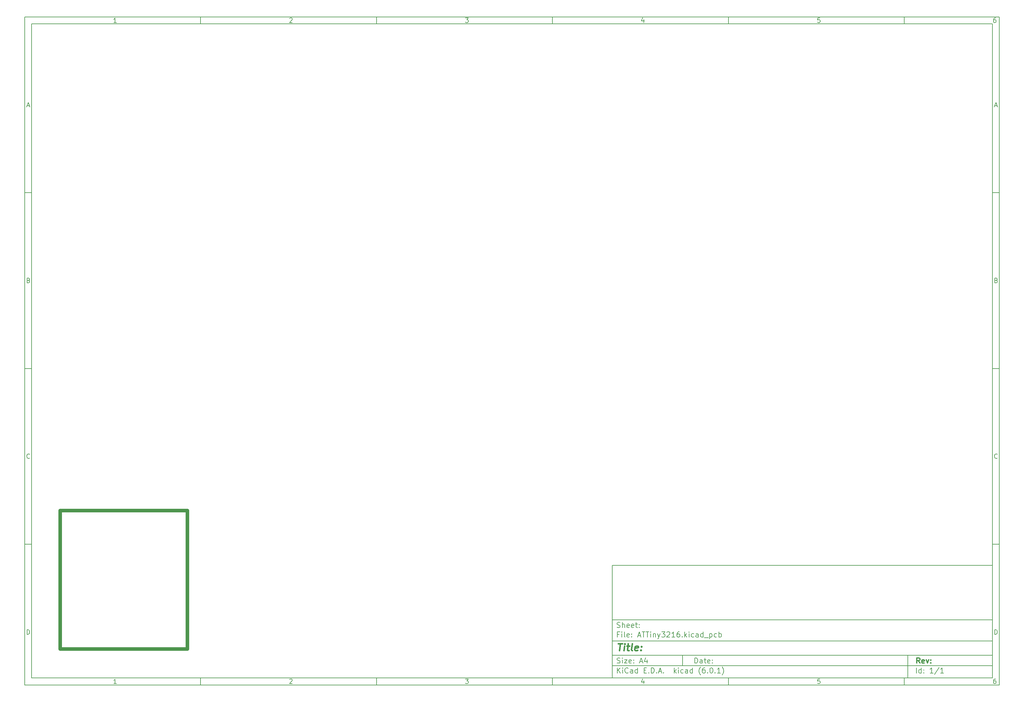
<source format=gbr>
G04 #@! TF.GenerationSoftware,KiCad,Pcbnew,(6.0.1)*
G04 #@! TF.CreationDate,2022-02-14T12:17:54+02:00*
G04 #@! TF.ProjectId,ATTiny3216,41545469-6e79-4333-9231-362e6b696361,rev?*
G04 #@! TF.SameCoordinates,Original*
G04 #@! TF.FileFunction,Profile,NP*
%FSLAX46Y46*%
G04 Gerber Fmt 4.6, Leading zero omitted, Abs format (unit mm)*
G04 Created by KiCad (PCBNEW (6.0.1)) date 2022-02-14 12:17:54*
%MOMM*%
%LPD*%
G01*
G04 APERTURE LIST*
%ADD10C,0.100000*%
%ADD11C,0.150000*%
%ADD12C,0.300000*%
%ADD13C,0.400000*%
G04 #@! TA.AperFunction,Profile*
%ADD14C,1.000000*%
G04 #@! TD*
G04 APERTURE END LIST*
D10*
D11*
X177002200Y-166007200D02*
X177002200Y-198007200D01*
X285002200Y-198007200D01*
X285002200Y-166007200D01*
X177002200Y-166007200D01*
D10*
D11*
X10000000Y-10000000D02*
X10000000Y-200007200D01*
X287002200Y-200007200D01*
X287002200Y-10000000D01*
X10000000Y-10000000D01*
D10*
D11*
X12000000Y-12000000D02*
X12000000Y-198007200D01*
X285002200Y-198007200D01*
X285002200Y-12000000D01*
X12000000Y-12000000D01*
D10*
D11*
X60000000Y-12000000D02*
X60000000Y-10000000D01*
D10*
D11*
X110000000Y-12000000D02*
X110000000Y-10000000D01*
D10*
D11*
X160000000Y-12000000D02*
X160000000Y-10000000D01*
D10*
D11*
X210000000Y-12000000D02*
X210000000Y-10000000D01*
D10*
D11*
X260000000Y-12000000D02*
X260000000Y-10000000D01*
D10*
D11*
X36065476Y-11588095D02*
X35322619Y-11588095D01*
X35694047Y-11588095D02*
X35694047Y-10288095D01*
X35570238Y-10473809D01*
X35446428Y-10597619D01*
X35322619Y-10659523D01*
D10*
D11*
X85322619Y-10411904D02*
X85384523Y-10350000D01*
X85508333Y-10288095D01*
X85817857Y-10288095D01*
X85941666Y-10350000D01*
X86003571Y-10411904D01*
X86065476Y-10535714D01*
X86065476Y-10659523D01*
X86003571Y-10845238D01*
X85260714Y-11588095D01*
X86065476Y-11588095D01*
D10*
D11*
X135260714Y-10288095D02*
X136065476Y-10288095D01*
X135632142Y-10783333D01*
X135817857Y-10783333D01*
X135941666Y-10845238D01*
X136003571Y-10907142D01*
X136065476Y-11030952D01*
X136065476Y-11340476D01*
X136003571Y-11464285D01*
X135941666Y-11526190D01*
X135817857Y-11588095D01*
X135446428Y-11588095D01*
X135322619Y-11526190D01*
X135260714Y-11464285D01*
D10*
D11*
X185941666Y-10721428D02*
X185941666Y-11588095D01*
X185632142Y-10226190D02*
X185322619Y-11154761D01*
X186127380Y-11154761D01*
D10*
D11*
X236003571Y-10288095D02*
X235384523Y-10288095D01*
X235322619Y-10907142D01*
X235384523Y-10845238D01*
X235508333Y-10783333D01*
X235817857Y-10783333D01*
X235941666Y-10845238D01*
X236003571Y-10907142D01*
X236065476Y-11030952D01*
X236065476Y-11340476D01*
X236003571Y-11464285D01*
X235941666Y-11526190D01*
X235817857Y-11588095D01*
X235508333Y-11588095D01*
X235384523Y-11526190D01*
X235322619Y-11464285D01*
D10*
D11*
X285941666Y-10288095D02*
X285694047Y-10288095D01*
X285570238Y-10350000D01*
X285508333Y-10411904D01*
X285384523Y-10597619D01*
X285322619Y-10845238D01*
X285322619Y-11340476D01*
X285384523Y-11464285D01*
X285446428Y-11526190D01*
X285570238Y-11588095D01*
X285817857Y-11588095D01*
X285941666Y-11526190D01*
X286003571Y-11464285D01*
X286065476Y-11340476D01*
X286065476Y-11030952D01*
X286003571Y-10907142D01*
X285941666Y-10845238D01*
X285817857Y-10783333D01*
X285570238Y-10783333D01*
X285446428Y-10845238D01*
X285384523Y-10907142D01*
X285322619Y-11030952D01*
D10*
D11*
X60000000Y-198007200D02*
X60000000Y-200007200D01*
D10*
D11*
X110000000Y-198007200D02*
X110000000Y-200007200D01*
D10*
D11*
X160000000Y-198007200D02*
X160000000Y-200007200D01*
D10*
D11*
X210000000Y-198007200D02*
X210000000Y-200007200D01*
D10*
D11*
X260000000Y-198007200D02*
X260000000Y-200007200D01*
D10*
D11*
X36065476Y-199595295D02*
X35322619Y-199595295D01*
X35694047Y-199595295D02*
X35694047Y-198295295D01*
X35570238Y-198481009D01*
X35446428Y-198604819D01*
X35322619Y-198666723D01*
D10*
D11*
X85322619Y-198419104D02*
X85384523Y-198357200D01*
X85508333Y-198295295D01*
X85817857Y-198295295D01*
X85941666Y-198357200D01*
X86003571Y-198419104D01*
X86065476Y-198542914D01*
X86065476Y-198666723D01*
X86003571Y-198852438D01*
X85260714Y-199595295D01*
X86065476Y-199595295D01*
D10*
D11*
X135260714Y-198295295D02*
X136065476Y-198295295D01*
X135632142Y-198790533D01*
X135817857Y-198790533D01*
X135941666Y-198852438D01*
X136003571Y-198914342D01*
X136065476Y-199038152D01*
X136065476Y-199347676D01*
X136003571Y-199471485D01*
X135941666Y-199533390D01*
X135817857Y-199595295D01*
X135446428Y-199595295D01*
X135322619Y-199533390D01*
X135260714Y-199471485D01*
D10*
D11*
X185941666Y-198728628D02*
X185941666Y-199595295D01*
X185632142Y-198233390D02*
X185322619Y-199161961D01*
X186127380Y-199161961D01*
D10*
D11*
X236003571Y-198295295D02*
X235384523Y-198295295D01*
X235322619Y-198914342D01*
X235384523Y-198852438D01*
X235508333Y-198790533D01*
X235817857Y-198790533D01*
X235941666Y-198852438D01*
X236003571Y-198914342D01*
X236065476Y-199038152D01*
X236065476Y-199347676D01*
X236003571Y-199471485D01*
X235941666Y-199533390D01*
X235817857Y-199595295D01*
X235508333Y-199595295D01*
X235384523Y-199533390D01*
X235322619Y-199471485D01*
D10*
D11*
X285941666Y-198295295D02*
X285694047Y-198295295D01*
X285570238Y-198357200D01*
X285508333Y-198419104D01*
X285384523Y-198604819D01*
X285322619Y-198852438D01*
X285322619Y-199347676D01*
X285384523Y-199471485D01*
X285446428Y-199533390D01*
X285570238Y-199595295D01*
X285817857Y-199595295D01*
X285941666Y-199533390D01*
X286003571Y-199471485D01*
X286065476Y-199347676D01*
X286065476Y-199038152D01*
X286003571Y-198914342D01*
X285941666Y-198852438D01*
X285817857Y-198790533D01*
X285570238Y-198790533D01*
X285446428Y-198852438D01*
X285384523Y-198914342D01*
X285322619Y-199038152D01*
D10*
D11*
X10000000Y-60000000D02*
X12000000Y-60000000D01*
D10*
D11*
X10000000Y-110000000D02*
X12000000Y-110000000D01*
D10*
D11*
X10000000Y-160000000D02*
X12000000Y-160000000D01*
D10*
D11*
X10690476Y-35216666D02*
X11309523Y-35216666D01*
X10566666Y-35588095D02*
X11000000Y-34288095D01*
X11433333Y-35588095D01*
D10*
D11*
X11092857Y-84907142D02*
X11278571Y-84969047D01*
X11340476Y-85030952D01*
X11402380Y-85154761D01*
X11402380Y-85340476D01*
X11340476Y-85464285D01*
X11278571Y-85526190D01*
X11154761Y-85588095D01*
X10659523Y-85588095D01*
X10659523Y-84288095D01*
X11092857Y-84288095D01*
X11216666Y-84350000D01*
X11278571Y-84411904D01*
X11340476Y-84535714D01*
X11340476Y-84659523D01*
X11278571Y-84783333D01*
X11216666Y-84845238D01*
X11092857Y-84907142D01*
X10659523Y-84907142D01*
D10*
D11*
X11402380Y-135464285D02*
X11340476Y-135526190D01*
X11154761Y-135588095D01*
X11030952Y-135588095D01*
X10845238Y-135526190D01*
X10721428Y-135402380D01*
X10659523Y-135278571D01*
X10597619Y-135030952D01*
X10597619Y-134845238D01*
X10659523Y-134597619D01*
X10721428Y-134473809D01*
X10845238Y-134350000D01*
X11030952Y-134288095D01*
X11154761Y-134288095D01*
X11340476Y-134350000D01*
X11402380Y-134411904D01*
D10*
D11*
X10659523Y-185588095D02*
X10659523Y-184288095D01*
X10969047Y-184288095D01*
X11154761Y-184350000D01*
X11278571Y-184473809D01*
X11340476Y-184597619D01*
X11402380Y-184845238D01*
X11402380Y-185030952D01*
X11340476Y-185278571D01*
X11278571Y-185402380D01*
X11154761Y-185526190D01*
X10969047Y-185588095D01*
X10659523Y-185588095D01*
D10*
D11*
X287002200Y-60000000D02*
X285002200Y-60000000D01*
D10*
D11*
X287002200Y-110000000D02*
X285002200Y-110000000D01*
D10*
D11*
X287002200Y-160000000D02*
X285002200Y-160000000D01*
D10*
D11*
X285692676Y-35216666D02*
X286311723Y-35216666D01*
X285568866Y-35588095D02*
X286002200Y-34288095D01*
X286435533Y-35588095D01*
D10*
D11*
X286095057Y-84907142D02*
X286280771Y-84969047D01*
X286342676Y-85030952D01*
X286404580Y-85154761D01*
X286404580Y-85340476D01*
X286342676Y-85464285D01*
X286280771Y-85526190D01*
X286156961Y-85588095D01*
X285661723Y-85588095D01*
X285661723Y-84288095D01*
X286095057Y-84288095D01*
X286218866Y-84350000D01*
X286280771Y-84411904D01*
X286342676Y-84535714D01*
X286342676Y-84659523D01*
X286280771Y-84783333D01*
X286218866Y-84845238D01*
X286095057Y-84907142D01*
X285661723Y-84907142D01*
D10*
D11*
X286404580Y-135464285D02*
X286342676Y-135526190D01*
X286156961Y-135588095D01*
X286033152Y-135588095D01*
X285847438Y-135526190D01*
X285723628Y-135402380D01*
X285661723Y-135278571D01*
X285599819Y-135030952D01*
X285599819Y-134845238D01*
X285661723Y-134597619D01*
X285723628Y-134473809D01*
X285847438Y-134350000D01*
X286033152Y-134288095D01*
X286156961Y-134288095D01*
X286342676Y-134350000D01*
X286404580Y-134411904D01*
D10*
D11*
X285661723Y-185588095D02*
X285661723Y-184288095D01*
X285971247Y-184288095D01*
X286156961Y-184350000D01*
X286280771Y-184473809D01*
X286342676Y-184597619D01*
X286404580Y-184845238D01*
X286404580Y-185030952D01*
X286342676Y-185278571D01*
X286280771Y-185402380D01*
X286156961Y-185526190D01*
X285971247Y-185588095D01*
X285661723Y-185588095D01*
D10*
D11*
X200434342Y-193785771D02*
X200434342Y-192285771D01*
X200791485Y-192285771D01*
X201005771Y-192357200D01*
X201148628Y-192500057D01*
X201220057Y-192642914D01*
X201291485Y-192928628D01*
X201291485Y-193142914D01*
X201220057Y-193428628D01*
X201148628Y-193571485D01*
X201005771Y-193714342D01*
X200791485Y-193785771D01*
X200434342Y-193785771D01*
X202577200Y-193785771D02*
X202577200Y-193000057D01*
X202505771Y-192857200D01*
X202362914Y-192785771D01*
X202077200Y-192785771D01*
X201934342Y-192857200D01*
X202577200Y-193714342D02*
X202434342Y-193785771D01*
X202077200Y-193785771D01*
X201934342Y-193714342D01*
X201862914Y-193571485D01*
X201862914Y-193428628D01*
X201934342Y-193285771D01*
X202077200Y-193214342D01*
X202434342Y-193214342D01*
X202577200Y-193142914D01*
X203077200Y-192785771D02*
X203648628Y-192785771D01*
X203291485Y-192285771D02*
X203291485Y-193571485D01*
X203362914Y-193714342D01*
X203505771Y-193785771D01*
X203648628Y-193785771D01*
X204720057Y-193714342D02*
X204577200Y-193785771D01*
X204291485Y-193785771D01*
X204148628Y-193714342D01*
X204077200Y-193571485D01*
X204077200Y-193000057D01*
X204148628Y-192857200D01*
X204291485Y-192785771D01*
X204577200Y-192785771D01*
X204720057Y-192857200D01*
X204791485Y-193000057D01*
X204791485Y-193142914D01*
X204077200Y-193285771D01*
X205434342Y-193642914D02*
X205505771Y-193714342D01*
X205434342Y-193785771D01*
X205362914Y-193714342D01*
X205434342Y-193642914D01*
X205434342Y-193785771D01*
X205434342Y-192857200D02*
X205505771Y-192928628D01*
X205434342Y-193000057D01*
X205362914Y-192928628D01*
X205434342Y-192857200D01*
X205434342Y-193000057D01*
D10*
D11*
X177002200Y-194507200D02*
X285002200Y-194507200D01*
D10*
D11*
X178434342Y-196585771D02*
X178434342Y-195085771D01*
X179291485Y-196585771D02*
X178648628Y-195728628D01*
X179291485Y-195085771D02*
X178434342Y-195942914D01*
X179934342Y-196585771D02*
X179934342Y-195585771D01*
X179934342Y-195085771D02*
X179862914Y-195157200D01*
X179934342Y-195228628D01*
X180005771Y-195157200D01*
X179934342Y-195085771D01*
X179934342Y-195228628D01*
X181505771Y-196442914D02*
X181434342Y-196514342D01*
X181220057Y-196585771D01*
X181077200Y-196585771D01*
X180862914Y-196514342D01*
X180720057Y-196371485D01*
X180648628Y-196228628D01*
X180577200Y-195942914D01*
X180577200Y-195728628D01*
X180648628Y-195442914D01*
X180720057Y-195300057D01*
X180862914Y-195157200D01*
X181077200Y-195085771D01*
X181220057Y-195085771D01*
X181434342Y-195157200D01*
X181505771Y-195228628D01*
X182791485Y-196585771D02*
X182791485Y-195800057D01*
X182720057Y-195657200D01*
X182577200Y-195585771D01*
X182291485Y-195585771D01*
X182148628Y-195657200D01*
X182791485Y-196514342D02*
X182648628Y-196585771D01*
X182291485Y-196585771D01*
X182148628Y-196514342D01*
X182077200Y-196371485D01*
X182077200Y-196228628D01*
X182148628Y-196085771D01*
X182291485Y-196014342D01*
X182648628Y-196014342D01*
X182791485Y-195942914D01*
X184148628Y-196585771D02*
X184148628Y-195085771D01*
X184148628Y-196514342D02*
X184005771Y-196585771D01*
X183720057Y-196585771D01*
X183577200Y-196514342D01*
X183505771Y-196442914D01*
X183434342Y-196300057D01*
X183434342Y-195871485D01*
X183505771Y-195728628D01*
X183577200Y-195657200D01*
X183720057Y-195585771D01*
X184005771Y-195585771D01*
X184148628Y-195657200D01*
X186005771Y-195800057D02*
X186505771Y-195800057D01*
X186720057Y-196585771D02*
X186005771Y-196585771D01*
X186005771Y-195085771D01*
X186720057Y-195085771D01*
X187362914Y-196442914D02*
X187434342Y-196514342D01*
X187362914Y-196585771D01*
X187291485Y-196514342D01*
X187362914Y-196442914D01*
X187362914Y-196585771D01*
X188077200Y-196585771D02*
X188077200Y-195085771D01*
X188434342Y-195085771D01*
X188648628Y-195157200D01*
X188791485Y-195300057D01*
X188862914Y-195442914D01*
X188934342Y-195728628D01*
X188934342Y-195942914D01*
X188862914Y-196228628D01*
X188791485Y-196371485D01*
X188648628Y-196514342D01*
X188434342Y-196585771D01*
X188077200Y-196585771D01*
X189577200Y-196442914D02*
X189648628Y-196514342D01*
X189577200Y-196585771D01*
X189505771Y-196514342D01*
X189577200Y-196442914D01*
X189577200Y-196585771D01*
X190220057Y-196157200D02*
X190934342Y-196157200D01*
X190077200Y-196585771D02*
X190577200Y-195085771D01*
X191077200Y-196585771D01*
X191577200Y-196442914D02*
X191648628Y-196514342D01*
X191577200Y-196585771D01*
X191505771Y-196514342D01*
X191577200Y-196442914D01*
X191577200Y-196585771D01*
X194577200Y-196585771D02*
X194577200Y-195085771D01*
X194720057Y-196014342D02*
X195148628Y-196585771D01*
X195148628Y-195585771D02*
X194577200Y-196157200D01*
X195791485Y-196585771D02*
X195791485Y-195585771D01*
X195791485Y-195085771D02*
X195720057Y-195157200D01*
X195791485Y-195228628D01*
X195862914Y-195157200D01*
X195791485Y-195085771D01*
X195791485Y-195228628D01*
X197148628Y-196514342D02*
X197005771Y-196585771D01*
X196720057Y-196585771D01*
X196577200Y-196514342D01*
X196505771Y-196442914D01*
X196434342Y-196300057D01*
X196434342Y-195871485D01*
X196505771Y-195728628D01*
X196577200Y-195657200D01*
X196720057Y-195585771D01*
X197005771Y-195585771D01*
X197148628Y-195657200D01*
X198434342Y-196585771D02*
X198434342Y-195800057D01*
X198362914Y-195657200D01*
X198220057Y-195585771D01*
X197934342Y-195585771D01*
X197791485Y-195657200D01*
X198434342Y-196514342D02*
X198291485Y-196585771D01*
X197934342Y-196585771D01*
X197791485Y-196514342D01*
X197720057Y-196371485D01*
X197720057Y-196228628D01*
X197791485Y-196085771D01*
X197934342Y-196014342D01*
X198291485Y-196014342D01*
X198434342Y-195942914D01*
X199791485Y-196585771D02*
X199791485Y-195085771D01*
X199791485Y-196514342D02*
X199648628Y-196585771D01*
X199362914Y-196585771D01*
X199220057Y-196514342D01*
X199148628Y-196442914D01*
X199077200Y-196300057D01*
X199077200Y-195871485D01*
X199148628Y-195728628D01*
X199220057Y-195657200D01*
X199362914Y-195585771D01*
X199648628Y-195585771D01*
X199791485Y-195657200D01*
X202077200Y-197157200D02*
X202005771Y-197085771D01*
X201862914Y-196871485D01*
X201791485Y-196728628D01*
X201720057Y-196514342D01*
X201648628Y-196157200D01*
X201648628Y-195871485D01*
X201720057Y-195514342D01*
X201791485Y-195300057D01*
X201862914Y-195157200D01*
X202005771Y-194942914D01*
X202077200Y-194871485D01*
X203291485Y-195085771D02*
X203005771Y-195085771D01*
X202862914Y-195157200D01*
X202791485Y-195228628D01*
X202648628Y-195442914D01*
X202577200Y-195728628D01*
X202577200Y-196300057D01*
X202648628Y-196442914D01*
X202720057Y-196514342D01*
X202862914Y-196585771D01*
X203148628Y-196585771D01*
X203291485Y-196514342D01*
X203362914Y-196442914D01*
X203434342Y-196300057D01*
X203434342Y-195942914D01*
X203362914Y-195800057D01*
X203291485Y-195728628D01*
X203148628Y-195657200D01*
X202862914Y-195657200D01*
X202720057Y-195728628D01*
X202648628Y-195800057D01*
X202577200Y-195942914D01*
X204077200Y-196442914D02*
X204148628Y-196514342D01*
X204077200Y-196585771D01*
X204005771Y-196514342D01*
X204077200Y-196442914D01*
X204077200Y-196585771D01*
X205077200Y-195085771D02*
X205220057Y-195085771D01*
X205362914Y-195157200D01*
X205434342Y-195228628D01*
X205505771Y-195371485D01*
X205577200Y-195657200D01*
X205577200Y-196014342D01*
X205505771Y-196300057D01*
X205434342Y-196442914D01*
X205362914Y-196514342D01*
X205220057Y-196585771D01*
X205077200Y-196585771D01*
X204934342Y-196514342D01*
X204862914Y-196442914D01*
X204791485Y-196300057D01*
X204720057Y-196014342D01*
X204720057Y-195657200D01*
X204791485Y-195371485D01*
X204862914Y-195228628D01*
X204934342Y-195157200D01*
X205077200Y-195085771D01*
X206220057Y-196442914D02*
X206291485Y-196514342D01*
X206220057Y-196585771D01*
X206148628Y-196514342D01*
X206220057Y-196442914D01*
X206220057Y-196585771D01*
X207720057Y-196585771D02*
X206862914Y-196585771D01*
X207291485Y-196585771D02*
X207291485Y-195085771D01*
X207148628Y-195300057D01*
X207005771Y-195442914D01*
X206862914Y-195514342D01*
X208220057Y-197157200D02*
X208291485Y-197085771D01*
X208434342Y-196871485D01*
X208505771Y-196728628D01*
X208577200Y-196514342D01*
X208648628Y-196157200D01*
X208648628Y-195871485D01*
X208577200Y-195514342D01*
X208505771Y-195300057D01*
X208434342Y-195157200D01*
X208291485Y-194942914D01*
X208220057Y-194871485D01*
D10*
D11*
X177002200Y-191507200D02*
X285002200Y-191507200D01*
D10*
D12*
X264411485Y-193785771D02*
X263911485Y-193071485D01*
X263554342Y-193785771D02*
X263554342Y-192285771D01*
X264125771Y-192285771D01*
X264268628Y-192357200D01*
X264340057Y-192428628D01*
X264411485Y-192571485D01*
X264411485Y-192785771D01*
X264340057Y-192928628D01*
X264268628Y-193000057D01*
X264125771Y-193071485D01*
X263554342Y-193071485D01*
X265625771Y-193714342D02*
X265482914Y-193785771D01*
X265197200Y-193785771D01*
X265054342Y-193714342D01*
X264982914Y-193571485D01*
X264982914Y-193000057D01*
X265054342Y-192857200D01*
X265197200Y-192785771D01*
X265482914Y-192785771D01*
X265625771Y-192857200D01*
X265697200Y-193000057D01*
X265697200Y-193142914D01*
X264982914Y-193285771D01*
X266197200Y-192785771D02*
X266554342Y-193785771D01*
X266911485Y-192785771D01*
X267482914Y-193642914D02*
X267554342Y-193714342D01*
X267482914Y-193785771D01*
X267411485Y-193714342D01*
X267482914Y-193642914D01*
X267482914Y-193785771D01*
X267482914Y-192857200D02*
X267554342Y-192928628D01*
X267482914Y-193000057D01*
X267411485Y-192928628D01*
X267482914Y-192857200D01*
X267482914Y-193000057D01*
D10*
D11*
X178362914Y-193714342D02*
X178577200Y-193785771D01*
X178934342Y-193785771D01*
X179077200Y-193714342D01*
X179148628Y-193642914D01*
X179220057Y-193500057D01*
X179220057Y-193357200D01*
X179148628Y-193214342D01*
X179077200Y-193142914D01*
X178934342Y-193071485D01*
X178648628Y-193000057D01*
X178505771Y-192928628D01*
X178434342Y-192857200D01*
X178362914Y-192714342D01*
X178362914Y-192571485D01*
X178434342Y-192428628D01*
X178505771Y-192357200D01*
X178648628Y-192285771D01*
X179005771Y-192285771D01*
X179220057Y-192357200D01*
X179862914Y-193785771D02*
X179862914Y-192785771D01*
X179862914Y-192285771D02*
X179791485Y-192357200D01*
X179862914Y-192428628D01*
X179934342Y-192357200D01*
X179862914Y-192285771D01*
X179862914Y-192428628D01*
X180434342Y-192785771D02*
X181220057Y-192785771D01*
X180434342Y-193785771D01*
X181220057Y-193785771D01*
X182362914Y-193714342D02*
X182220057Y-193785771D01*
X181934342Y-193785771D01*
X181791485Y-193714342D01*
X181720057Y-193571485D01*
X181720057Y-193000057D01*
X181791485Y-192857200D01*
X181934342Y-192785771D01*
X182220057Y-192785771D01*
X182362914Y-192857200D01*
X182434342Y-193000057D01*
X182434342Y-193142914D01*
X181720057Y-193285771D01*
X183077200Y-193642914D02*
X183148628Y-193714342D01*
X183077200Y-193785771D01*
X183005771Y-193714342D01*
X183077200Y-193642914D01*
X183077200Y-193785771D01*
X183077200Y-192857200D02*
X183148628Y-192928628D01*
X183077200Y-193000057D01*
X183005771Y-192928628D01*
X183077200Y-192857200D01*
X183077200Y-193000057D01*
X184862914Y-193357200D02*
X185577200Y-193357200D01*
X184720057Y-193785771D02*
X185220057Y-192285771D01*
X185720057Y-193785771D01*
X186862914Y-192785771D02*
X186862914Y-193785771D01*
X186505771Y-192214342D02*
X186148628Y-193285771D01*
X187077200Y-193285771D01*
D10*
D11*
X263434342Y-196585771D02*
X263434342Y-195085771D01*
X264791485Y-196585771D02*
X264791485Y-195085771D01*
X264791485Y-196514342D02*
X264648628Y-196585771D01*
X264362914Y-196585771D01*
X264220057Y-196514342D01*
X264148628Y-196442914D01*
X264077200Y-196300057D01*
X264077200Y-195871485D01*
X264148628Y-195728628D01*
X264220057Y-195657200D01*
X264362914Y-195585771D01*
X264648628Y-195585771D01*
X264791485Y-195657200D01*
X265505771Y-196442914D02*
X265577200Y-196514342D01*
X265505771Y-196585771D01*
X265434342Y-196514342D01*
X265505771Y-196442914D01*
X265505771Y-196585771D01*
X265505771Y-195657200D02*
X265577200Y-195728628D01*
X265505771Y-195800057D01*
X265434342Y-195728628D01*
X265505771Y-195657200D01*
X265505771Y-195800057D01*
X268148628Y-196585771D02*
X267291485Y-196585771D01*
X267720057Y-196585771D02*
X267720057Y-195085771D01*
X267577200Y-195300057D01*
X267434342Y-195442914D01*
X267291485Y-195514342D01*
X269862914Y-195014342D02*
X268577200Y-196942914D01*
X271148628Y-196585771D02*
X270291485Y-196585771D01*
X270720057Y-196585771D02*
X270720057Y-195085771D01*
X270577200Y-195300057D01*
X270434342Y-195442914D01*
X270291485Y-195514342D01*
D10*
D11*
X177002200Y-187507200D02*
X285002200Y-187507200D01*
D10*
D13*
X178714580Y-188211961D02*
X179857438Y-188211961D01*
X179036009Y-190211961D02*
X179286009Y-188211961D01*
X180274104Y-190211961D02*
X180440771Y-188878628D01*
X180524104Y-188211961D02*
X180416961Y-188307200D01*
X180500295Y-188402438D01*
X180607438Y-188307200D01*
X180524104Y-188211961D01*
X180500295Y-188402438D01*
X181107438Y-188878628D02*
X181869342Y-188878628D01*
X181476485Y-188211961D02*
X181262200Y-189926247D01*
X181333628Y-190116723D01*
X181512200Y-190211961D01*
X181702676Y-190211961D01*
X182655057Y-190211961D02*
X182476485Y-190116723D01*
X182405057Y-189926247D01*
X182619342Y-188211961D01*
X184190771Y-190116723D02*
X183988390Y-190211961D01*
X183607438Y-190211961D01*
X183428866Y-190116723D01*
X183357438Y-189926247D01*
X183452676Y-189164342D01*
X183571723Y-188973866D01*
X183774104Y-188878628D01*
X184155057Y-188878628D01*
X184333628Y-188973866D01*
X184405057Y-189164342D01*
X184381247Y-189354819D01*
X183405057Y-189545295D01*
X185155057Y-190021485D02*
X185238390Y-190116723D01*
X185131247Y-190211961D01*
X185047914Y-190116723D01*
X185155057Y-190021485D01*
X185131247Y-190211961D01*
X185286009Y-188973866D02*
X185369342Y-189069104D01*
X185262200Y-189164342D01*
X185178866Y-189069104D01*
X185286009Y-188973866D01*
X185262200Y-189164342D01*
D10*
D11*
X178934342Y-185600057D02*
X178434342Y-185600057D01*
X178434342Y-186385771D02*
X178434342Y-184885771D01*
X179148628Y-184885771D01*
X179720057Y-186385771D02*
X179720057Y-185385771D01*
X179720057Y-184885771D02*
X179648628Y-184957200D01*
X179720057Y-185028628D01*
X179791485Y-184957200D01*
X179720057Y-184885771D01*
X179720057Y-185028628D01*
X180648628Y-186385771D02*
X180505771Y-186314342D01*
X180434342Y-186171485D01*
X180434342Y-184885771D01*
X181791485Y-186314342D02*
X181648628Y-186385771D01*
X181362914Y-186385771D01*
X181220057Y-186314342D01*
X181148628Y-186171485D01*
X181148628Y-185600057D01*
X181220057Y-185457200D01*
X181362914Y-185385771D01*
X181648628Y-185385771D01*
X181791485Y-185457200D01*
X181862914Y-185600057D01*
X181862914Y-185742914D01*
X181148628Y-185885771D01*
X182505771Y-186242914D02*
X182577200Y-186314342D01*
X182505771Y-186385771D01*
X182434342Y-186314342D01*
X182505771Y-186242914D01*
X182505771Y-186385771D01*
X182505771Y-185457200D02*
X182577200Y-185528628D01*
X182505771Y-185600057D01*
X182434342Y-185528628D01*
X182505771Y-185457200D01*
X182505771Y-185600057D01*
X184291485Y-185957200D02*
X185005771Y-185957200D01*
X184148628Y-186385771D02*
X184648628Y-184885771D01*
X185148628Y-186385771D01*
X185434342Y-184885771D02*
X186291485Y-184885771D01*
X185862914Y-186385771D02*
X185862914Y-184885771D01*
X186577200Y-184885771D02*
X187434342Y-184885771D01*
X187005771Y-186385771D02*
X187005771Y-184885771D01*
X187934342Y-186385771D02*
X187934342Y-185385771D01*
X187934342Y-184885771D02*
X187862914Y-184957200D01*
X187934342Y-185028628D01*
X188005771Y-184957200D01*
X187934342Y-184885771D01*
X187934342Y-185028628D01*
X188648628Y-185385771D02*
X188648628Y-186385771D01*
X188648628Y-185528628D02*
X188720057Y-185457200D01*
X188862914Y-185385771D01*
X189077200Y-185385771D01*
X189220057Y-185457200D01*
X189291485Y-185600057D01*
X189291485Y-186385771D01*
X189862914Y-185385771D02*
X190220057Y-186385771D01*
X190577200Y-185385771D02*
X190220057Y-186385771D01*
X190077200Y-186742914D01*
X190005771Y-186814342D01*
X189862914Y-186885771D01*
X191005771Y-184885771D02*
X191934342Y-184885771D01*
X191434342Y-185457200D01*
X191648628Y-185457200D01*
X191791485Y-185528628D01*
X191862914Y-185600057D01*
X191934342Y-185742914D01*
X191934342Y-186100057D01*
X191862914Y-186242914D01*
X191791485Y-186314342D01*
X191648628Y-186385771D01*
X191220057Y-186385771D01*
X191077200Y-186314342D01*
X191005771Y-186242914D01*
X192505771Y-185028628D02*
X192577200Y-184957200D01*
X192720057Y-184885771D01*
X193077200Y-184885771D01*
X193220057Y-184957200D01*
X193291485Y-185028628D01*
X193362914Y-185171485D01*
X193362914Y-185314342D01*
X193291485Y-185528628D01*
X192434342Y-186385771D01*
X193362914Y-186385771D01*
X194791485Y-186385771D02*
X193934342Y-186385771D01*
X194362914Y-186385771D02*
X194362914Y-184885771D01*
X194220057Y-185100057D01*
X194077200Y-185242914D01*
X193934342Y-185314342D01*
X196077200Y-184885771D02*
X195791485Y-184885771D01*
X195648628Y-184957200D01*
X195577200Y-185028628D01*
X195434342Y-185242914D01*
X195362914Y-185528628D01*
X195362914Y-186100057D01*
X195434342Y-186242914D01*
X195505771Y-186314342D01*
X195648628Y-186385771D01*
X195934342Y-186385771D01*
X196077200Y-186314342D01*
X196148628Y-186242914D01*
X196220057Y-186100057D01*
X196220057Y-185742914D01*
X196148628Y-185600057D01*
X196077200Y-185528628D01*
X195934342Y-185457200D01*
X195648628Y-185457200D01*
X195505771Y-185528628D01*
X195434342Y-185600057D01*
X195362914Y-185742914D01*
X196862914Y-186242914D02*
X196934342Y-186314342D01*
X196862914Y-186385771D01*
X196791485Y-186314342D01*
X196862914Y-186242914D01*
X196862914Y-186385771D01*
X197577200Y-186385771D02*
X197577200Y-184885771D01*
X197720057Y-185814342D02*
X198148628Y-186385771D01*
X198148628Y-185385771D02*
X197577200Y-185957200D01*
X198791485Y-186385771D02*
X198791485Y-185385771D01*
X198791485Y-184885771D02*
X198720057Y-184957200D01*
X198791485Y-185028628D01*
X198862914Y-184957200D01*
X198791485Y-184885771D01*
X198791485Y-185028628D01*
X200148628Y-186314342D02*
X200005771Y-186385771D01*
X199720057Y-186385771D01*
X199577200Y-186314342D01*
X199505771Y-186242914D01*
X199434342Y-186100057D01*
X199434342Y-185671485D01*
X199505771Y-185528628D01*
X199577200Y-185457200D01*
X199720057Y-185385771D01*
X200005771Y-185385771D01*
X200148628Y-185457200D01*
X201434342Y-186385771D02*
X201434342Y-185600057D01*
X201362914Y-185457200D01*
X201220057Y-185385771D01*
X200934342Y-185385771D01*
X200791485Y-185457200D01*
X201434342Y-186314342D02*
X201291485Y-186385771D01*
X200934342Y-186385771D01*
X200791485Y-186314342D01*
X200720057Y-186171485D01*
X200720057Y-186028628D01*
X200791485Y-185885771D01*
X200934342Y-185814342D01*
X201291485Y-185814342D01*
X201434342Y-185742914D01*
X202791485Y-186385771D02*
X202791485Y-184885771D01*
X202791485Y-186314342D02*
X202648628Y-186385771D01*
X202362914Y-186385771D01*
X202220057Y-186314342D01*
X202148628Y-186242914D01*
X202077200Y-186100057D01*
X202077200Y-185671485D01*
X202148628Y-185528628D01*
X202220057Y-185457200D01*
X202362914Y-185385771D01*
X202648628Y-185385771D01*
X202791485Y-185457200D01*
X203148628Y-186528628D02*
X204291485Y-186528628D01*
X204648628Y-185385771D02*
X204648628Y-186885771D01*
X204648628Y-185457200D02*
X204791485Y-185385771D01*
X205077200Y-185385771D01*
X205220057Y-185457200D01*
X205291485Y-185528628D01*
X205362914Y-185671485D01*
X205362914Y-186100057D01*
X205291485Y-186242914D01*
X205220057Y-186314342D01*
X205077200Y-186385771D01*
X204791485Y-186385771D01*
X204648628Y-186314342D01*
X206648628Y-186314342D02*
X206505771Y-186385771D01*
X206220057Y-186385771D01*
X206077200Y-186314342D01*
X206005771Y-186242914D01*
X205934342Y-186100057D01*
X205934342Y-185671485D01*
X206005771Y-185528628D01*
X206077200Y-185457200D01*
X206220057Y-185385771D01*
X206505771Y-185385771D01*
X206648628Y-185457200D01*
X207291485Y-186385771D02*
X207291485Y-184885771D01*
X207291485Y-185457200D02*
X207434342Y-185385771D01*
X207720057Y-185385771D01*
X207862914Y-185457200D01*
X207934342Y-185528628D01*
X208005771Y-185671485D01*
X208005771Y-186100057D01*
X207934342Y-186242914D01*
X207862914Y-186314342D01*
X207720057Y-186385771D01*
X207434342Y-186385771D01*
X207291485Y-186314342D01*
D10*
D11*
X177002200Y-181507200D02*
X285002200Y-181507200D01*
D10*
D11*
X178362914Y-183614342D02*
X178577200Y-183685771D01*
X178934342Y-183685771D01*
X179077200Y-183614342D01*
X179148628Y-183542914D01*
X179220057Y-183400057D01*
X179220057Y-183257200D01*
X179148628Y-183114342D01*
X179077200Y-183042914D01*
X178934342Y-182971485D01*
X178648628Y-182900057D01*
X178505771Y-182828628D01*
X178434342Y-182757200D01*
X178362914Y-182614342D01*
X178362914Y-182471485D01*
X178434342Y-182328628D01*
X178505771Y-182257200D01*
X178648628Y-182185771D01*
X179005771Y-182185771D01*
X179220057Y-182257200D01*
X179862914Y-183685771D02*
X179862914Y-182185771D01*
X180505771Y-183685771D02*
X180505771Y-182900057D01*
X180434342Y-182757200D01*
X180291485Y-182685771D01*
X180077200Y-182685771D01*
X179934342Y-182757200D01*
X179862914Y-182828628D01*
X181791485Y-183614342D02*
X181648628Y-183685771D01*
X181362914Y-183685771D01*
X181220057Y-183614342D01*
X181148628Y-183471485D01*
X181148628Y-182900057D01*
X181220057Y-182757200D01*
X181362914Y-182685771D01*
X181648628Y-182685771D01*
X181791485Y-182757200D01*
X181862914Y-182900057D01*
X181862914Y-183042914D01*
X181148628Y-183185771D01*
X183077200Y-183614342D02*
X182934342Y-183685771D01*
X182648628Y-183685771D01*
X182505771Y-183614342D01*
X182434342Y-183471485D01*
X182434342Y-182900057D01*
X182505771Y-182757200D01*
X182648628Y-182685771D01*
X182934342Y-182685771D01*
X183077200Y-182757200D01*
X183148628Y-182900057D01*
X183148628Y-183042914D01*
X182434342Y-183185771D01*
X183577200Y-182685771D02*
X184148628Y-182685771D01*
X183791485Y-182185771D02*
X183791485Y-183471485D01*
X183862914Y-183614342D01*
X184005771Y-183685771D01*
X184148628Y-183685771D01*
X184648628Y-183542914D02*
X184720057Y-183614342D01*
X184648628Y-183685771D01*
X184577200Y-183614342D01*
X184648628Y-183542914D01*
X184648628Y-183685771D01*
X184648628Y-182757200D02*
X184720057Y-182828628D01*
X184648628Y-182900057D01*
X184577200Y-182828628D01*
X184648628Y-182757200D01*
X184648628Y-182900057D01*
D10*
D12*
D10*
D11*
D10*
D11*
D10*
D11*
D10*
D11*
D10*
D11*
X197002200Y-191507200D02*
X197002200Y-194507200D01*
D10*
D11*
X261002200Y-191507200D02*
X261002200Y-198007200D01*
D14*
X20090000Y-189780000D02*
X20090000Y-150410000D01*
X56285000Y-189780000D02*
X20090000Y-189780000D01*
X56285000Y-150410000D02*
X56285000Y-189780000D01*
X20090000Y-150410000D02*
X56285000Y-150410000D01*
M02*

</source>
